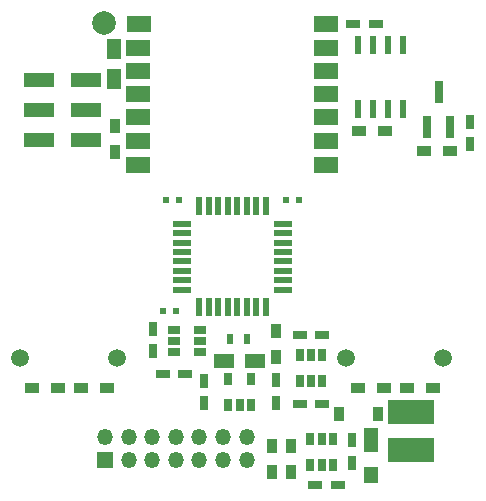
<source format=gts>
G04 #@! TF.GenerationSoftware,KiCad,Pcbnew,no-vcs-found-4f2ed1b~58~ubuntu16.04.1*
G04 #@! TF.CreationDate,2017-05-05T16:59:14+03:00*
G04 #@! TF.ProjectId,livolo_2_channels_1way_eu_switch,6C69766F6C6F5F325F6368616E6E656C,rev?*
G04 #@! TF.FileFunction,Soldermask,Top*
G04 #@! TF.FilePolarity,Negative*
%FSLAX46Y46*%
G04 Gerber Fmt 4.6, Leading zero omitted, Abs format (unit mm)*
G04 Created by KiCad (PCBNEW no-vcs-found-4f2ed1b~58~ubuntu16.04.1) date Fri May  5 16:59:14 2017*
%MOMM*%
%LPD*%
G01*
G04 APERTURE LIST*
%ADD10C,0.100000*%
%ADD11R,4.000000X2.000000*%
%ADD12R,1.200000X2.000000*%
%ADD13R,1.200000X1.400000*%
%ADD14R,0.900000X1.200000*%
%ADD15R,0.650000X1.060000*%
%ADD16R,2.500000X1.270000*%
%ADD17R,1.750000X1.260000*%
%ADD18R,1.200000X0.900000*%
%ADD19R,1.200000X0.750000*%
%ADD20C,1.500000*%
%ADD21R,0.600000X0.500000*%
%ADD22R,0.750000X1.200000*%
%ADD23R,0.550000X1.600000*%
%ADD24R,1.600000X0.550000*%
%ADD25C,1.998980*%
%ADD26R,1.060000X0.650000*%
%ADD27R,1.998980X1.399540*%
%ADD28R,0.600000X1.550000*%
%ADD29R,0.800000X1.900000*%
%ADD30R,0.500000X0.900000*%
%ADD31R,1.260000X1.750000*%
%ADD32O,1.350000X1.350000*%
%ADD33R,1.350000X1.350000*%
G04 APERTURE END LIST*
D10*
D11*
X157600000Y-105450000D03*
X157600000Y-108700000D03*
D12*
X154200000Y-107800000D03*
D13*
X154200000Y-110800000D03*
D14*
X145800000Y-108300000D03*
X145800000Y-110500000D03*
D15*
X150000000Y-109900000D03*
X150950000Y-109900000D03*
X149050000Y-109900000D03*
X149050000Y-107700000D03*
X150000000Y-107700000D03*
X150950000Y-107700000D03*
D16*
X126050000Y-82440000D03*
X126050000Y-79900000D03*
X126050000Y-77360000D03*
X130050000Y-77360000D03*
X130050000Y-79900000D03*
X130050000Y-82400000D03*
D17*
X141775000Y-101092000D03*
X144325000Y-101092000D03*
D18*
X160866000Y-83312000D03*
X158666000Y-83312000D03*
D19*
X152675000Y-72600000D03*
X154575000Y-72600000D03*
D20*
X152100000Y-100850000D03*
X160300000Y-100850000D03*
X132700000Y-100900000D03*
X124500000Y-100900000D03*
D21*
X136600000Y-96900000D03*
X137700000Y-96900000D03*
X137900000Y-87500000D03*
X136800000Y-87500000D03*
X146950000Y-87500000D03*
X148050000Y-87500000D03*
D19*
X149450000Y-111600000D03*
X151350000Y-111600000D03*
D22*
X140000000Y-104700000D03*
X140000000Y-102800000D03*
X146100000Y-104650000D03*
X146100000Y-102750000D03*
X152600000Y-109750000D03*
X152600000Y-107850000D03*
D19*
X150050000Y-104750000D03*
X148150000Y-104750000D03*
D22*
X135700000Y-100300000D03*
X135700000Y-98400000D03*
D19*
X148150000Y-98900000D03*
X150050000Y-98900000D03*
X136550000Y-102200000D03*
X138450000Y-102200000D03*
D14*
X154750000Y-105600000D03*
X151450000Y-105600000D03*
D23*
X145250000Y-96550000D03*
X144450000Y-96550000D03*
X143650000Y-96550000D03*
X142850000Y-96550000D03*
X142050000Y-96550000D03*
X141250000Y-96550000D03*
X140450000Y-96550000D03*
X139650000Y-96550000D03*
D24*
X138200000Y-95100000D03*
X138200000Y-94300000D03*
X138200000Y-93500000D03*
X138200000Y-92700000D03*
X138200000Y-91900000D03*
X138200000Y-91100000D03*
X138200000Y-90300000D03*
X138200000Y-89500000D03*
D23*
X139650000Y-88050000D03*
X140450000Y-88050000D03*
X141250000Y-88050000D03*
X142050000Y-88050000D03*
X142850000Y-88050000D03*
X143650000Y-88050000D03*
X144450000Y-88050000D03*
X145250000Y-88050000D03*
D24*
X146700000Y-89500000D03*
X146700000Y-90300000D03*
X146700000Y-91100000D03*
X146700000Y-91900000D03*
X146700000Y-92700000D03*
X146700000Y-93500000D03*
X146700000Y-94300000D03*
X146700000Y-95100000D03*
D25*
X131550000Y-72550000D03*
D14*
X147400000Y-110500000D03*
X147400000Y-108300000D03*
X146100000Y-100800000D03*
X146100000Y-98600000D03*
X132500000Y-81200000D03*
X132500000Y-83400000D03*
D18*
X155300000Y-103400000D03*
X153100000Y-103400000D03*
X157200000Y-103400000D03*
X159400000Y-103400000D03*
X129600000Y-103400000D03*
X131800000Y-103400000D03*
X127700000Y-103400000D03*
X125500000Y-103400000D03*
D15*
X142100000Y-102650000D03*
X144000000Y-102650000D03*
X144000000Y-104850000D03*
X143050000Y-104850000D03*
X142100000Y-104850000D03*
X149100000Y-100650000D03*
X148150000Y-100650000D03*
X150050000Y-100650000D03*
X150050000Y-102850000D03*
X149100000Y-102850000D03*
X148150000Y-102850000D03*
D26*
X137500000Y-98500000D03*
X137500000Y-99450000D03*
X137500000Y-100400000D03*
X139700000Y-100400000D03*
X139700000Y-98500000D03*
X139700000Y-99450000D03*
D27*
X134499800Y-72598780D03*
X134471860Y-74600300D03*
X134471860Y-76599280D03*
X134471860Y-78550000D03*
X134471860Y-80500720D03*
X134471860Y-82499700D03*
X134471860Y-84501220D03*
X150372260Y-84501220D03*
X150372260Y-82499700D03*
X150372260Y-80500720D03*
X150372260Y-78550000D03*
X150372260Y-76599280D03*
X150372260Y-74600300D03*
X150372260Y-72598780D03*
D22*
X162600000Y-82800000D03*
X162600000Y-80900000D03*
D18*
X153200000Y-81700000D03*
X155400000Y-81700000D03*
D28*
X153120000Y-74400000D03*
X154390000Y-74400000D03*
X155660000Y-74400000D03*
X156930000Y-74400000D03*
X156930000Y-79800000D03*
X155660000Y-79800000D03*
X154390000Y-79800000D03*
X153120000Y-79800000D03*
D29*
X159900000Y-78350000D03*
X160850000Y-81350000D03*
X158950000Y-81350000D03*
D30*
X142200000Y-99300000D03*
X143700000Y-99300000D03*
D31*
X132400000Y-77275000D03*
X132400000Y-74725000D03*
D32*
X143650000Y-107550000D03*
X143650000Y-109550000D03*
X141650000Y-107550000D03*
X141650000Y-109550000D03*
X139650000Y-107550000D03*
X139650000Y-109550000D03*
X137650000Y-107550000D03*
X137650000Y-109550000D03*
X135650000Y-107550000D03*
X135650000Y-109550000D03*
X133650000Y-107550000D03*
X133650000Y-109550000D03*
X131650000Y-107550000D03*
D33*
X131650000Y-109550000D03*
M02*

</source>
